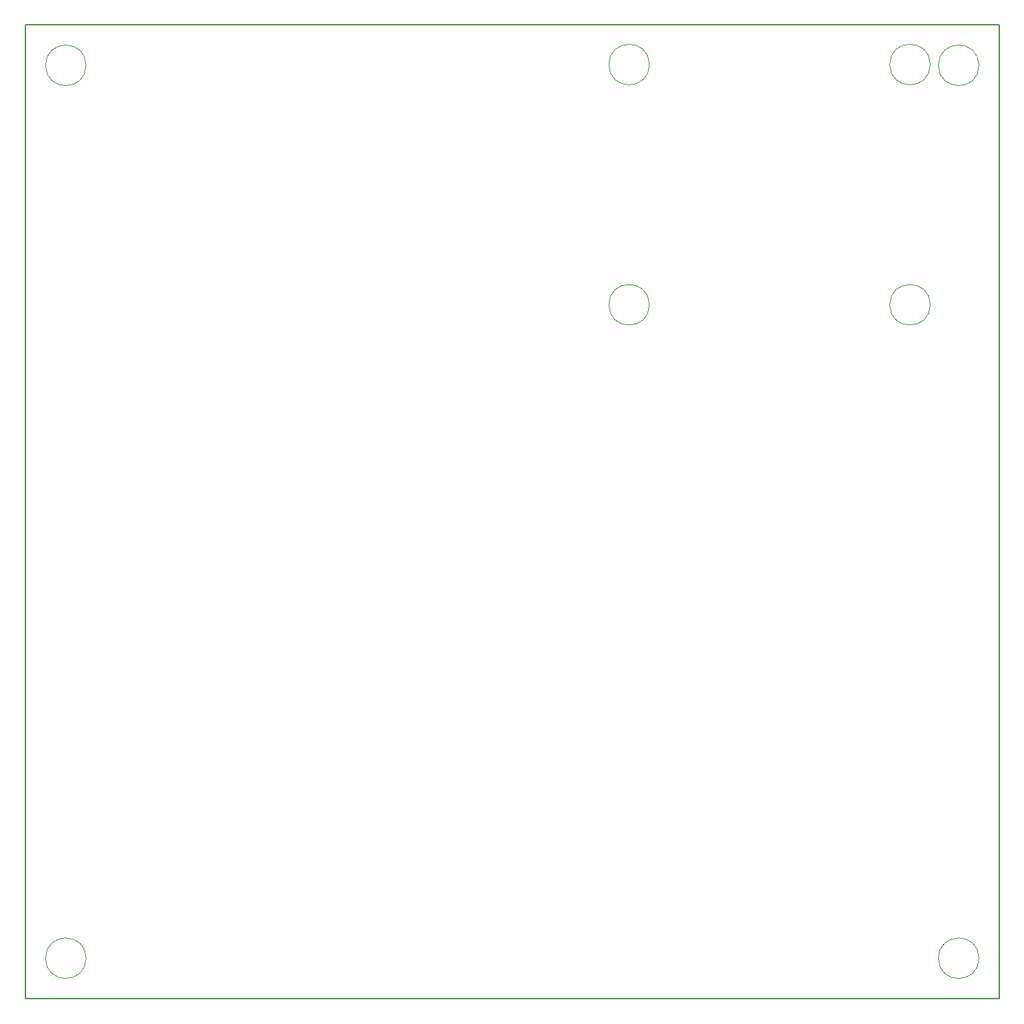
<source format=gbr>
%TF.GenerationSoftware,KiCad,Pcbnew,8.0.5-unknown-202409211835~1ac1a5bb3b~ubuntu24.04.1*%
%TF.CreationDate,2024-09-23T17:17:16-04:00*%
%TF.ProjectId,teaPCB,74656150-4342-42e6-9b69-6361645f7063,rev?*%
%TF.SameCoordinates,Original*%
%TF.FileFunction,Profile,NP*%
%FSLAX46Y46*%
G04 Gerber Fmt 4.6, Leading zero omitted, Abs format (unit mm)*
G04 Created by KiCad (PCBNEW 8.0.5-unknown-202409211835~1ac1a5bb3b~ubuntu24.04.1) date 2024-09-23 17:17:16*
%MOMM*%
%LPD*%
G01*
G04 APERTURE LIST*
%TA.AperFunction,Profile*%
%ADD10C,0.050000*%
%TD*%
%TA.AperFunction,Profile*%
%ADD11C,0.200000*%
%TD*%
%TA.AperFunction,Profile*%
%ADD12C,0.100000*%
%TD*%
G04 APERTURE END LIST*
D10*
X177500000Y-175000000D02*
G75*
G02*
X172500000Y-175000000I-2500000J0D01*
G01*
X172500000Y-175000000D02*
G75*
G02*
X177500000Y-175000000I2500000J0D01*
G01*
X67500000Y-175000000D02*
G75*
G02*
X62500000Y-175000000I-2500000J0D01*
G01*
X62500000Y-175000000D02*
G75*
G02*
X67500000Y-175000000I2500000J0D01*
G01*
X177500000Y-65000000D02*
G75*
G02*
X172500000Y-65000000I-2500000J0D01*
G01*
X172500000Y-65000000D02*
G75*
G02*
X177500000Y-65000000I2500000J0D01*
G01*
X67500000Y-65000000D02*
G75*
G02*
X62500000Y-65000000I-2500000J0D01*
G01*
X62500000Y-65000000D02*
G75*
G02*
X67500000Y-65000000I2500000J0D01*
G01*
D11*
X60000000Y-60000000D02*
X180000000Y-60000000D01*
X180000000Y-180000000D01*
X60000000Y-180000000D01*
X60000000Y-60000000D01*
D12*
%TO.C,REF\u002A\u002A*%
X136900000Y-94500000D02*
G75*
G02*
X131900000Y-94500000I-2500000J0D01*
G01*
X131900000Y-94500000D02*
G75*
G02*
X136900000Y-94500000I2500000J0D01*
G01*
X171500000Y-94500000D02*
G75*
G02*
X166500000Y-94500000I-2500000J0D01*
G01*
X166500000Y-94500000D02*
G75*
G02*
X171500000Y-94500000I2500000J0D01*
G01*
X136900000Y-64900000D02*
G75*
G02*
X131900000Y-64900000I-2500000J0D01*
G01*
X131900000Y-64900000D02*
G75*
G02*
X136900000Y-64900000I2500000J0D01*
G01*
X171500000Y-64900000D02*
G75*
G02*
X166500000Y-64900000I-2500000J0D01*
G01*
X166500000Y-64900000D02*
G75*
G02*
X171500000Y-64900000I2500000J0D01*
G01*
%TD*%
M02*

</source>
